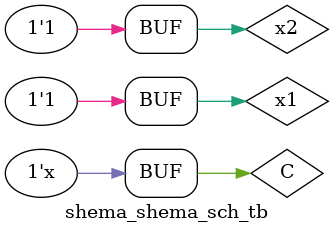
<source format=v>

`timescale 1ns / 1ps

module shema_shema_sch_tb();

// Inputs
   reg x2;
   reg x1;
   reg C;
   reg CLR;

// Output
   wire Y1;
   wire y2;
   wire Q1;
   wire Q2;

// Bidirs

// Instantiate the UUT
   shema UUT (
		.x2(x2), 
		.x1(x1), 
		.C(C), 
		.CLR(CLR), 
		.Y1(Y1), 
		.y2(y2), 
		.Q1(Q1), 
		.Q2(Q2)
   );
// Initialize Inputs
      initial begin
		C = 0;
		 #20;
		x2 = 0;
		x1 = 0;
			 #20;
		x2 = 1;
		x1 = 0;
			 #20;
		x2 = 0;
		x1 = 1;
			 #20;
		x2 = 1;
		x1 = 1;
		#20;
	   end always #30 C = ~C;
endmodule

</source>
